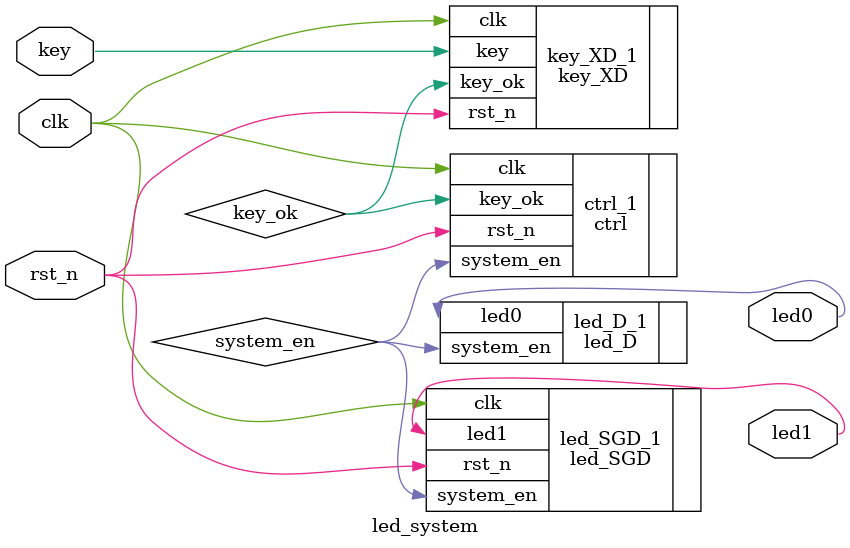
<source format=v>
module   led_system(

   input   wire   clk    ,
   input   wire   rst_n  ,
   input   wire   key    ,

   output   wire    led0 ,
   output   wire    led1 
    
);

wire  key_ok ;
wire  system_en  ;


key_XD   key_XD_1(

   .clk    (clk   ),
   .rst_n  (rst_n ),
   .key    (key   ),
         
   .key_ok (key_ok)  

);

ctrl   ctrl_1(

   .clk        (clk      ),
   .rst_n      (rst_n    ),
   .key_ok     (key_ok   ),
  
   .system_en  (system_en)
    
);

led_D   led_D_1(
   
   .system_en   (system_en) ,
   
   
   .led0        (led0)
    
);
led_SGD

#(                           
   .cnt_max(32'd24_999_999)
)
led_SGD_1
(
     
     .clk       (clk      ) ,
     .rst_n     (rst_n    ) ,
     .system_en (system_en)  ,
     .led1      (led1     )



);
endmodule

</source>
